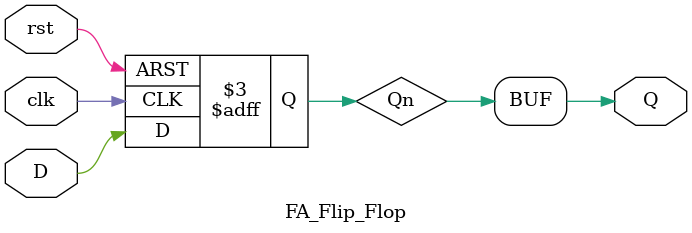
<source format=v>
module FA_Flip_Flop (
    input D, clk, rst,   // Declaramos las entradas: 
                         // D = dato a almacenar en el flip-flop,
                         // clk = señal de reloj,
                         // rst = reset (reinicio asíncrono).
    output Q             // Declaramos la salida Q del flip-flop.
);

    reg Qn;              // Definimos una variable tipo registro (reg) llamada Qn 
                         // que se usará para almacenar el estado interno del flip-flop.

    assign Q = Qn;       // Asignamos la salida Q al valor almacenado en Qn 
                         // (la salida siempre refleja el estado interno).

    always @(posedge clk or posedge rst)  // Bloque secuencial sensible al flanco positivo del reloj (clk)
                                          // o al flanco positivo del reset (rst).
    begin
        if (rst == 1)    // Si la señal de reset está activa (en alto),
            Qn = 0;      // entonces forzamos Qn a 0 (reiniciamos el flip-flop).
        else
            Qn = D;      // De lo contrario, en cada flanco de subida del reloj,
                         // Qn toma el valor de la entrada D (almacena el dato).
    end

endmodule              // Fin de la descripción del módulo FA_Flip_Flop.

</source>
